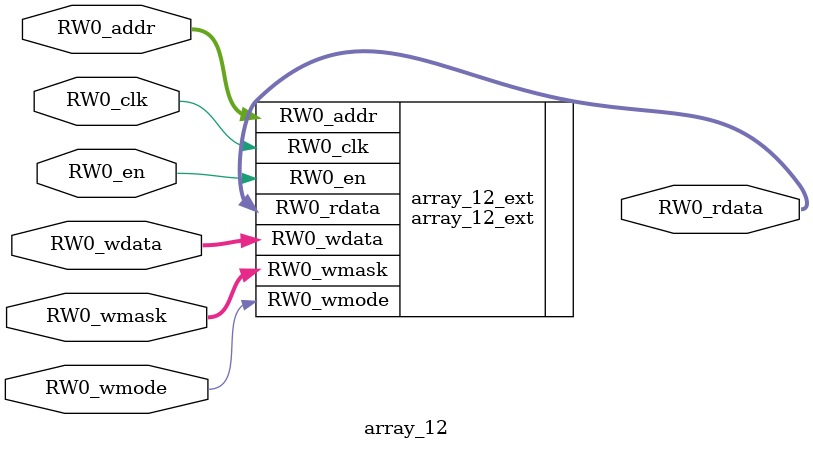
<source format=v>
`ifndef RANDOMIZE
  `ifdef RANDOMIZE_MEM_INIT
    `define RANDOMIZE
  `endif // RANDOMIZE_MEM_INIT
`endif // not def RANDOMIZE
`ifndef RANDOMIZE
  `ifdef RANDOMIZE_REG_INIT
    `define RANDOMIZE
  `endif // RANDOMIZE_REG_INIT
`endif // not def RANDOMIZE
`ifndef RANDOM
  `define RANDOM $random
`endif // not def RANDOM
// Users can define INIT_RANDOM as general code that gets injected into the
// initializer block for modules with registers.
`ifndef INIT_RANDOM
  `define INIT_RANDOM
`endif // not def INIT_RANDOM
// If using random initialization, you can also define RANDOMIZE_DELAY to
// customize the delay used, otherwise 0.002 is used.
`ifndef RANDOMIZE_DELAY
  `define RANDOMIZE_DELAY 0.002
`endif // not def RANDOMIZE_DELAY
// Define INIT_RANDOM_PROLOG_ for use in our modules below.
`ifndef INIT_RANDOM_PROLOG_
  `ifdef RANDOMIZE
    `ifdef VERILATOR
      `define INIT_RANDOM_PROLOG_ `INIT_RANDOM
    `else  // VERILATOR
      `define INIT_RANDOM_PROLOG_ `INIT_RANDOM #`RANDOMIZE_DELAY begin end
    `endif // VERILATOR
  `else  // RANDOMIZE
    `define INIT_RANDOM_PROLOG_
  `endif // RANDOMIZE
`endif // not def INIT_RANDOM_PROLOG_
// Include register initializers in init blocks unless synthesis is set
`ifndef SYNTHESIS
  `ifndef ENABLE_INITIAL_REG_
    `define ENABLE_INITIAL_REG_
  `endif // not def ENABLE_INITIAL_REG_
`endif // not def SYNTHESIS
// Include rmemory initializers in init blocks unless synthesis is set
`ifndef SYNTHESIS
  `ifndef ENABLE_INITIAL_MEM_
    `define ENABLE_INITIAL_MEM_
  `endif // not def ENABLE_INITIAL_MEM_
`endif // not def SYNTHESIS
module array_12(
  input  [8:0]   RW0_addr,
  input          RW0_en,
  input          RW0_clk,
  input          RW0_wmode,
  input  [151:0] RW0_wdata,
  output [151:0] RW0_rdata,
  input  [7:0]   RW0_wmask
);

  array_12_ext array_12_ext (
    .RW0_addr  (RW0_addr),
    .RW0_en    (RW0_en),
    .RW0_clk   (RW0_clk),
    .RW0_wmode (RW0_wmode),
    .RW0_wdata (RW0_wdata),
    .RW0_rdata (RW0_rdata),
    .RW0_wmask (RW0_wmask)
  );
endmodule


</source>
